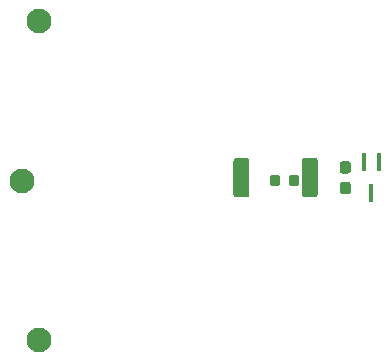
<source format=gbr>
%TF.GenerationSoftware,KiCad,Pcbnew,(5.99.0-2309-gaf729d578)*%
%TF.CreationDate,2020-09-01T21:57:31-04:00*%
%TF.ProjectId,flex,666c6578-2e6b-4696-9361-645f70636258,rev?*%
%TF.SameCoordinates,Original*%
%TF.FileFunction,Soldermask,Top*%
%TF.FilePolarity,Negative*%
%FSLAX46Y46*%
G04 Gerber Fmt 4.6, Leading zero omitted, Abs format (unit mm)*
G04 Created by KiCad (PCBNEW (5.99.0-2309-gaf729d578)) date 2020-09-01 21:57:31*
%MOMM*%
%LPD*%
G01*
G04 APERTURE LIST*
%ADD10C,2.100000*%
%ADD11R,0.450000X1.500000*%
G04 APERTURE END LIST*
%TO.C,R3*%
G36*
G01*
X275150000Y-27993750D02*
X275150000Y-28506250D01*
G75*
G02*
X274931250Y-28725000I-218750J0D01*
G01*
X274493750Y-28725000D01*
G75*
G02*
X274275000Y-28506250I0J218750D01*
G01*
X274275000Y-27993750D01*
G75*
G02*
X274493750Y-27775000I218750J0D01*
G01*
X274931250Y-27775000D01*
G75*
G02*
X275150000Y-27993750I0J-218750D01*
G01*
G37*
G36*
G01*
X276725000Y-27993750D02*
X276725000Y-28506250D01*
G75*
G02*
X276506250Y-28725000I-218750J0D01*
G01*
X276068750Y-28725000D01*
G75*
G02*
X275850000Y-28506250I0J218750D01*
G01*
X275850000Y-27993750D01*
G75*
G02*
X276068750Y-27775000I218750J0D01*
G01*
X276506250Y-27775000D01*
G75*
G02*
X276725000Y-27993750I0J-218750D01*
G01*
G37*
%TD*%
%TO.C,R2*%
G36*
G01*
X272525000Y-26575000D02*
X272525000Y-29425000D01*
G75*
G02*
X272275000Y-29675000I-250000J0D01*
G01*
X271425000Y-29675000D01*
G75*
G02*
X271175000Y-29425000I0J250000D01*
G01*
X271175000Y-26575000D01*
G75*
G02*
X271425000Y-26325000I250000J0D01*
G01*
X272275000Y-26325000D01*
G75*
G02*
X272525000Y-26575000I0J-250000D01*
G01*
G37*
G36*
G01*
X278325000Y-26575000D02*
X278325000Y-29425000D01*
G75*
G02*
X278075000Y-29675000I-250000J0D01*
G01*
X277225000Y-29675000D01*
G75*
G02*
X276975000Y-29425000I0J250000D01*
G01*
X276975000Y-26575000D01*
G75*
G02*
X277225000Y-26325000I250000J0D01*
G01*
X278075000Y-26325000D01*
G75*
G02*
X278325000Y-26575000I0J-250000D01*
G01*
G37*
%TD*%
D10*
%TO.C,REF\u002A\u002A*%
X254750000Y-41750000D03*
%TD*%
%TO.C,REF\u002A\u002A*%
X253250000Y-28250000D03*
%TD*%
%TO.C,REF\u002A\u002A*%
X254750000Y-14750000D03*
%TD*%
%TO.C,R1*%
G36*
G01*
X280412500Y-28361316D02*
X280887500Y-28361316D01*
G75*
G02*
X281125000Y-28598816I0J-237500D01*
G01*
X281125000Y-29173816D01*
G75*
G02*
X280887500Y-29411316I-237500J0D01*
G01*
X280412500Y-29411316D01*
G75*
G02*
X280175000Y-29173816I0J237500D01*
G01*
X280175000Y-28598816D01*
G75*
G02*
X280412500Y-28361316I237500J0D01*
G01*
G37*
G36*
G01*
X280412500Y-26611316D02*
X280887500Y-26611316D01*
G75*
G02*
X281125000Y-26848816I0J-237500D01*
G01*
X281125000Y-27423816D01*
G75*
G02*
X280887500Y-27661316I-237500J0D01*
G01*
X280412500Y-27661316D01*
G75*
G02*
X280175000Y-27423816I0J237500D01*
G01*
X280175000Y-26848816D01*
G75*
G02*
X280412500Y-26611316I237500J0D01*
G01*
G37*
%TD*%
D11*
%TO.C,Q1*%
X282850000Y-29341316D03*
X282200000Y-26681316D03*
X283500000Y-26681316D03*
%TD*%
M02*

</source>
